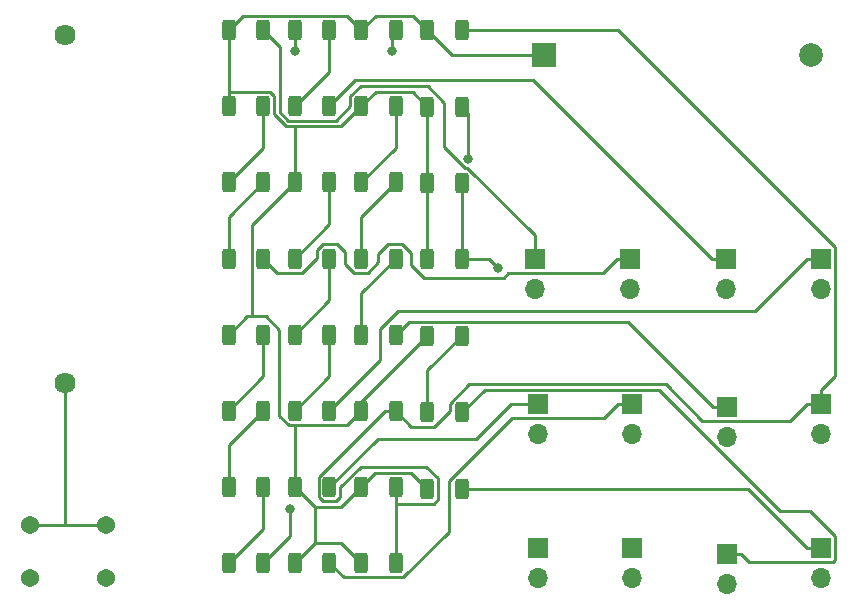
<source format=gbr>
%TF.GenerationSoftware,KiCad,Pcbnew,7.0.7*%
%TF.CreationDate,2023-12-24T21:52:19-06:00*%
%TF.ProjectId,LED Tester,4c454420-5465-4737-9465-722e6b696361,rev?*%
%TF.SameCoordinates,Original*%
%TF.FileFunction,Copper,L1,Top*%
%TF.FilePolarity,Positive*%
%FSLAX46Y46*%
G04 Gerber Fmt 4.6, Leading zero omitted, Abs format (unit mm)*
G04 Created by KiCad (PCBNEW 7.0.7) date 2023-12-24 21:52:19*
%MOMM*%
%LPD*%
G01*
G04 APERTURE LIST*
G04 Aperture macros list*
%AMRoundRect*
0 Rectangle with rounded corners*
0 $1 Rounding radius*
0 $2 $3 $4 $5 $6 $7 $8 $9 X,Y pos of 4 corners*
0 Add a 4 corners polygon primitive as box body*
4,1,4,$2,$3,$4,$5,$6,$7,$8,$9,$2,$3,0*
0 Add four circle primitives for the rounded corners*
1,1,$1+$1,$2,$3*
1,1,$1+$1,$4,$5*
1,1,$1+$1,$6,$7*
1,1,$1+$1,$8,$9*
0 Add four rect primitives between the rounded corners*
20,1,$1+$1,$2,$3,$4,$5,0*
20,1,$1+$1,$4,$5,$6,$7,0*
20,1,$1+$1,$6,$7,$8,$9,0*
20,1,$1+$1,$8,$9,$2,$3,0*%
G04 Aperture macros list end*
%TA.AperFunction,ComponentPad*%
%ADD10R,1.700000X1.700000*%
%TD*%
%TA.AperFunction,ComponentPad*%
%ADD11O,1.700000X1.700000*%
%TD*%
%TA.AperFunction,SMDPad,CuDef*%
%ADD12RoundRect,0.250000X-0.312500X-0.625000X0.312500X-0.625000X0.312500X0.625000X-0.312500X0.625000X0*%
%TD*%
%TA.AperFunction,ComponentPad*%
%ADD13R,2.006600X2.006600*%
%TD*%
%TA.AperFunction,ComponentPad*%
%ADD14C,2.006600*%
%TD*%
%TA.AperFunction,ComponentPad*%
%ADD15C,1.540000*%
%TD*%
%TA.AperFunction,ComponentPad*%
%ADD16C,1.785000*%
%TD*%
%TA.AperFunction,ViaPad*%
%ADD17C,0.800000*%
%TD*%
%TA.AperFunction,Conductor*%
%ADD18C,0.250000*%
%TD*%
G04 APERTURE END LIST*
D10*
%TO.P,J4,1,Pin_1*%
%TO.N,Net-(J4-Pin_1)*%
X153030000Y-85270000D03*
D11*
%TO.P,J4,2,Pin_2*%
%TO.N,GND*%
X153030000Y-87810000D03*
%TD*%
D12*
%TO.P,R30,1*%
%TO.N,Net-(R29-Pad2)*%
X119685000Y-98238300D03*
%TO.P,R30,2*%
%TO.N,Net-(J11-Pin_1)*%
X122610000Y-98238300D03*
%TD*%
%TO.P,R14,1*%
%TO.N,Net-(R13-Pad2)*%
X108465000Y-98108600D03*
%TO.P,R14,2*%
%TO.N,Net-(J4-Pin_1)*%
X111390000Y-98108600D03*
%TD*%
D10*
%TO.P,J10,1,Pin_1*%
%TO.N,Net-(J10-Pin_1)*%
X137030000Y-109730000D03*
D11*
%TO.P,J10,2,Pin_2*%
%TO.N,GND*%
X137030000Y-112270000D03*
%TD*%
D12*
%TO.P,R8,1*%
%TO.N,Net-(R7-Pad2)*%
X102855000Y-111000000D03*
%TO.P,R8,2*%
%TO.N,Net-(R8-Pad2)*%
X105780000Y-111000000D03*
%TD*%
%TO.P,R20,1*%
%TO.N,Net-(R19-Pad2)*%
X114075000Y-85217100D03*
%TO.P,R20,2*%
%TO.N,Net-(R20-Pad2)*%
X117000000Y-85217100D03*
%TD*%
%TO.P,R16,1*%
%TO.N,VCC*%
X108465000Y-111000000D03*
%TO.P,R16,2*%
%TO.N,Net-(J6-Pin_1)*%
X111390000Y-111000000D03*
%TD*%
%TO.P,R25,1*%
%TO.N,VCC*%
X119685000Y-65880000D03*
%TO.P,R25,2*%
%TO.N,Net-(J8-Pin_1)*%
X122610000Y-65880000D03*
%TD*%
%TO.P,R6,1*%
%TO.N,Net-(R5-Pad2)*%
X102855000Y-98108600D03*
%TO.P,R6,2*%
%TO.N,Net-(R6-Pad2)*%
X105780000Y-98108600D03*
%TD*%
D10*
%TO.P,J2,1,Pin_1*%
%TO.N,Net-(J2-Pin_1)*%
X136880000Y-85270000D03*
D11*
%TO.P,J2,2,Pin_2*%
%TO.N,GND*%
X136880000Y-87810000D03*
%TD*%
D12*
%TO.P,R22,1*%
%TO.N,VCC*%
X114075000Y-98108600D03*
%TO.P,R22,2*%
%TO.N,Net-(J8-Pin_1)*%
X117000000Y-98108600D03*
%TD*%
%TO.P,R24,1*%
%TO.N,VCC*%
X114075000Y-111000000D03*
%TO.P,R24,2*%
%TO.N,Net-(J8-Pin_1)*%
X117000000Y-111000000D03*
%TD*%
D10*
%TO.P,J9,1,Pin_1*%
%TO.N,Net-(J9-Pin_1)*%
X129030000Y-109730000D03*
D11*
%TO.P,J9,2,Pin_2*%
%TO.N,GND*%
X129030000Y-112270000D03*
%TD*%
D12*
%TO.P,R4,1*%
%TO.N,Net-(R3-Pad2)*%
X102855000Y-85217100D03*
%TO.P,R4,2*%
%TO.N,Net-(J2-Pin_1)*%
X105780000Y-85217100D03*
%TD*%
%TO.P,R21,1*%
%TO.N,Net-(R20-Pad2)*%
X114075000Y-91662900D03*
%TO.P,R21,2*%
%TO.N,Net-(J7-Pin_1)*%
X117000000Y-91662900D03*
%TD*%
%TO.P,R18,1*%
%TO.N,VCC*%
X114075000Y-72325700D03*
%TO.P,R18,2*%
%TO.N,Net-(R18-Pad2)*%
X117000000Y-72325700D03*
%TD*%
%TO.P,R19,1*%
%TO.N,Net-(R18-Pad2)*%
X114075000Y-78771400D03*
%TO.P,R19,2*%
%TO.N,Net-(R19-Pad2)*%
X117000000Y-78771400D03*
%TD*%
%TO.P,R3,1*%
%TO.N,Net-(R2-Pad2)*%
X102855000Y-78771400D03*
%TO.P,R3,2*%
%TO.N,Net-(R3-Pad2)*%
X105780000Y-78771400D03*
%TD*%
%TO.P,R29,1*%
%TO.N,VCC*%
X119685000Y-91766700D03*
%TO.P,R29,2*%
%TO.N,Net-(R29-Pad2)*%
X122610000Y-91766700D03*
%TD*%
%TO.P,R17,1*%
%TO.N,VCC*%
X114075000Y-65880000D03*
%TO.P,R17,2*%
%TO.N,Net-(J6-Pin_1)*%
X117000000Y-65880000D03*
%TD*%
D10*
%TO.P,J5,1,Pin_1*%
%TO.N,Net-(J5-Pin_1)*%
X129030000Y-97500000D03*
D11*
%TO.P,J5,2,Pin_2*%
%TO.N,GND*%
X129030000Y-100040000D03*
%TD*%
D12*
%TO.P,R12,1*%
%TO.N,Net-(R11-Pad2)*%
X108465000Y-85217100D03*
%TO.P,R12,2*%
%TO.N,Net-(R12-Pad2)*%
X111390000Y-85217100D03*
%TD*%
D10*
%TO.P,J6,1,Pin_1*%
%TO.N,Net-(J6-Pin_1)*%
X137030000Y-97500000D03*
D11*
%TO.P,J6,2,Pin_2*%
%TO.N,GND*%
X137030000Y-100040000D03*
%TD*%
D12*
%TO.P,R11,1*%
%TO.N,VCC*%
X108465000Y-78771400D03*
%TO.P,R11,2*%
%TO.N,Net-(R11-Pad2)*%
X111390000Y-78771400D03*
%TD*%
%TO.P,R7,1*%
%TO.N,Net-(R6-Pad2)*%
X102855000Y-104554300D03*
%TO.P,R7,2*%
%TO.N,Net-(R7-Pad2)*%
X105780000Y-104554300D03*
%TD*%
D10*
%TO.P,J3,1,Pin_1*%
%TO.N,Net-(J3-Pin_1)*%
X144955000Y-85270000D03*
D11*
%TO.P,J3,2,Pin_2*%
%TO.N,GND*%
X144955000Y-87810000D03*
%TD*%
D12*
%TO.P,R27,1*%
%TO.N,VCC*%
X119685000Y-78823300D03*
%TO.P,R27,2*%
%TO.N,Net-(J10-Pin_1)*%
X122610000Y-78823300D03*
%TD*%
%TO.P,R23,1*%
%TO.N,VCC*%
X114075000Y-104554300D03*
%TO.P,R23,2*%
%TO.N,Net-(J8-Pin_1)*%
X117000000Y-104554300D03*
%TD*%
%TO.P,R31,1*%
%TO.N,VCC*%
X119685000Y-104710000D03*
%TO.P,R31,2*%
%TO.N,Net-(J12-Pin_1)*%
X122610000Y-104710000D03*
%TD*%
%TO.P,R2,1*%
%TO.N,VCC*%
X102855000Y-72325700D03*
%TO.P,R2,2*%
%TO.N,Net-(R2-Pad2)*%
X105780000Y-72325700D03*
%TD*%
%TO.P,R26,1*%
%TO.N,VCC*%
X119685000Y-72351700D03*
%TO.P,R26,2*%
%TO.N,Net-(J9-Pin_1)*%
X122610000Y-72351700D03*
%TD*%
%TO.P,R10,1*%
%TO.N,Net-(R10-Pad1)*%
X108465000Y-72325700D03*
%TO.P,R10,2*%
%TO.N,Net-(J3-Pin_1)*%
X111390000Y-72325700D03*
%TD*%
D13*
%TO.P,F1,1,1*%
%TO.N,VCC*%
X129550000Y-68000000D03*
D14*
%TO.P,F1,2,2*%
%TO.N,Net-(BT1-PadP)*%
X152150000Y-68000000D03*
%TD*%
D15*
%TO.P,S1,1,COM_1*%
%TO.N,GND*%
X92500000Y-112250000D03*
%TO.P,S1,2,COM_2*%
X86000000Y-112250000D03*
%TO.P,S1,3,NO_1*%
%TO.N,Net-(S1-NO_1)*%
X92500000Y-107750000D03*
%TO.P,S1,4,NO_2*%
X86000000Y-107750000D03*
%TD*%
D12*
%TO.P,R5,1*%
%TO.N,VCC*%
X102855000Y-91662900D03*
%TO.P,R5,2*%
%TO.N,Net-(R5-Pad2)*%
X105780000Y-91662900D03*
%TD*%
D10*
%TO.P,J8,1,Pin_1*%
%TO.N,Net-(J8-Pin_1)*%
X153030000Y-97500000D03*
D11*
%TO.P,J8,2,Pin_2*%
%TO.N,GND*%
X153030000Y-100040000D03*
%TD*%
D10*
%TO.P,J1,1,Pin_1*%
%TO.N,Net-(J1-Pin_1)*%
X128805000Y-85270000D03*
D11*
%TO.P,J1,2,Pin_2*%
%TO.N,GND*%
X128805000Y-87810000D03*
%TD*%
D12*
%TO.P,R15,1*%
%TO.N,VCC*%
X108465000Y-104554300D03*
%TO.P,R15,2*%
%TO.N,Net-(J5-Pin_1)*%
X111390000Y-104554300D03*
%TD*%
D10*
%TO.P,J12,1,Pin_1*%
%TO.N,Net-(J12-Pin_1)*%
X153030000Y-109730000D03*
D11*
%TO.P,J12,2,Pin_2*%
%TO.N,GND*%
X153030000Y-112270000D03*
%TD*%
D10*
%TO.P,J7,1,Pin_1*%
%TO.N,Net-(J7-Pin_1)*%
X145030000Y-97770000D03*
D11*
%TO.P,J7,2,Pin_2*%
%TO.N,GND*%
X145030000Y-100310000D03*
%TD*%
D12*
%TO.P,R9,1*%
%TO.N,Net-(R8-Pad2)*%
X108465000Y-65880000D03*
%TO.P,R9,2*%
%TO.N,Net-(R10-Pad1)*%
X111390000Y-65880000D03*
%TD*%
%TO.P,R1,1*%
%TO.N,VCC*%
X102855000Y-65880000D03*
%TO.P,R1,2*%
%TO.N,Net-(J1-Pin_1)*%
X105780000Y-65880000D03*
%TD*%
%TO.P,R28,1*%
%TO.N,VCC*%
X119685000Y-85295000D03*
%TO.P,R28,2*%
%TO.N,Net-(J10-Pin_1)*%
X122610000Y-85295000D03*
%TD*%
%TO.P,R13,1*%
%TO.N,Net-(R12-Pad2)*%
X108465000Y-91662900D03*
%TO.P,R13,2*%
%TO.N,Net-(R13-Pad2)*%
X111390000Y-91662900D03*
%TD*%
D10*
%TO.P,J11,1,Pin_1*%
%TO.N,Net-(J11-Pin_1)*%
X145030000Y-110270000D03*
D11*
%TO.P,J11,2,Pin_2*%
%TO.N,GND*%
X145030000Y-112810000D03*
%TD*%
D16*
%TO.P,BT1,N*%
%TO.N,Net-(S1-NO_1)*%
X89000000Y-95730000D03*
%TO.P,BT1,P*%
%TO.N,Net-(BT1-PadP)*%
X89000000Y-66270000D03*
%TD*%
D17*
%TO.N,Net-(J6-Pin_1)*%
X116718600Y-67659200D03*
%TO.N,Net-(J9-Pin_1)*%
X123161000Y-76797900D03*
%TO.N,Net-(J10-Pin_1)*%
X125639400Y-86055100D03*
%TO.N,Net-(R8-Pad2)*%
X108470800Y-67659200D03*
X108054000Y-106432800D03*
%TD*%
D18*
%TO.N,Net-(S1-NO_1)*%
X89000000Y-107750000D02*
X92500000Y-107750000D01*
X89000000Y-95730000D02*
X89000000Y-107750000D01*
X86000000Y-107750000D02*
X89000000Y-107750000D01*
%TO.N,VCC*%
X121805000Y-68000000D02*
X119685000Y-65880000D01*
X110157200Y-106246500D02*
X110157200Y-109307800D01*
X119685000Y-91766700D02*
X114075000Y-97376700D01*
X114075000Y-104554300D02*
X112382800Y-106246500D01*
X106333300Y-71104000D02*
X106703900Y-71474600D01*
X104839500Y-82396900D02*
X104839500Y-90088300D01*
X108465000Y-99339700D02*
X112843900Y-99339700D01*
X119685000Y-78823300D02*
X119685000Y-85295000D01*
X105990900Y-90088300D02*
X107142200Y-91239600D01*
X115283600Y-103345700D02*
X114075000Y-104554300D01*
X112867300Y-64672300D02*
X104062700Y-64672300D01*
X104429600Y-90088300D02*
X102855000Y-91662900D01*
X112843900Y-99339700D02*
X114075000Y-98108600D01*
X119685000Y-72351700D02*
X119685000Y-78823300D01*
X119685000Y-65880000D02*
X118465100Y-64660100D01*
X112382800Y-109307800D02*
X114075000Y-111000000D01*
X108465000Y-104554300D02*
X110157200Y-106246500D01*
X108465000Y-78771400D02*
X104839500Y-82396900D01*
X108465000Y-74000100D02*
X112400600Y-74000100D01*
X104062700Y-64672300D02*
X102855000Y-65880000D01*
X118320700Y-103345700D02*
X115283600Y-103345700D01*
X118429600Y-71096300D02*
X119685000Y-72351700D01*
X114075000Y-97376700D02*
X114075000Y-98108600D01*
X106703900Y-73020900D02*
X107683100Y-74000100D01*
X107142200Y-91239600D02*
X107142200Y-98544100D01*
X102855000Y-65880000D02*
X102855000Y-71104000D01*
X108465000Y-111000000D02*
X110157200Y-109307800D01*
X115304400Y-71096300D02*
X118429600Y-71096300D01*
X114075000Y-72325700D02*
X115304400Y-71096300D01*
X106703900Y-71474600D02*
X106703900Y-73020900D01*
X119685000Y-104710000D02*
X118320700Y-103345700D01*
X104839500Y-90088300D02*
X105990900Y-90088300D01*
X112382800Y-106246500D02*
X110157200Y-106246500D01*
X107142200Y-98544100D02*
X107937800Y-99339700D01*
X108465000Y-104554300D02*
X108465000Y-99339700D01*
X114075000Y-65880000D02*
X112867300Y-64672300D01*
X118465100Y-64660100D02*
X115294900Y-64660100D01*
X108465000Y-74000100D02*
X108465000Y-78771400D01*
X115294900Y-64660100D02*
X114075000Y-65880000D01*
X112400600Y-74000100D02*
X114075000Y-72325700D01*
X102855000Y-71104000D02*
X102855000Y-72325700D01*
X107937800Y-99339700D02*
X108465000Y-99339700D01*
X107683100Y-74000100D02*
X108465000Y-74000100D01*
X110157200Y-109307800D02*
X112382800Y-109307800D01*
X104839500Y-90088300D02*
X104429600Y-90088300D01*
X102855000Y-71104000D02*
X106333300Y-71104000D01*
X129550000Y-68000000D02*
X121805000Y-68000000D01*
%TO.N,Net-(J1-Pin_1)*%
X123082000Y-77533700D02*
X122860000Y-77533700D01*
X128805000Y-85270000D02*
X128805000Y-83256700D01*
X114028100Y-70618000D02*
X113150800Y-71495300D01*
X122860000Y-77533700D02*
X121126500Y-75800200D01*
X119717100Y-70618000D02*
X114028100Y-70618000D01*
X107189300Y-72826800D02*
X107189300Y-67289300D01*
X107895400Y-73532900D02*
X107189300Y-72826800D01*
X121126500Y-72027400D02*
X119717100Y-70618000D01*
X128805000Y-83256700D02*
X123082000Y-77533700D01*
X121126500Y-75800200D02*
X121126500Y-72027400D01*
X107189300Y-67289300D02*
X105780000Y-65880000D01*
X113150800Y-71495300D02*
X113150800Y-72339000D01*
X113150800Y-72339000D02*
X111956900Y-73532900D01*
X111956900Y-73532900D02*
X107895400Y-73532900D01*
%TO.N,Net-(J2-Pin_1)*%
X134526200Y-86446900D02*
X126553600Y-86446900D01*
X112019700Y-83981800D02*
X110857500Y-83981800D01*
X117553000Y-84007200D02*
X116385600Y-84007200D01*
X116385600Y-84007200D02*
X115537500Y-84855300D01*
X110345800Y-85129900D02*
X109055700Y-86420000D01*
X135703100Y-85270000D02*
X134526200Y-86446900D01*
X112732500Y-84694600D02*
X112019700Y-83981800D01*
X115537500Y-85533000D02*
X114650500Y-86420000D01*
X110857500Y-83981800D02*
X110345800Y-84493500D01*
X119360100Y-86826300D02*
X118303600Y-85769800D01*
X114650500Y-86420000D02*
X113488200Y-86420000D01*
X109055700Y-86420000D02*
X106982900Y-86420000D01*
X112732500Y-85664300D02*
X112732500Y-84694600D01*
X113488200Y-86420000D02*
X112732500Y-85664300D01*
X110345800Y-84493500D02*
X110345800Y-85129900D01*
X106982900Y-86420000D02*
X105780000Y-85217100D01*
X136880000Y-85270000D02*
X135703100Y-85270000D01*
X118303600Y-85769800D02*
X118303600Y-84757800D01*
X126174200Y-86826300D02*
X119360100Y-86826300D01*
X115537500Y-84855300D02*
X115537500Y-85533000D01*
X118303600Y-84757800D02*
X117553000Y-84007200D01*
X126553600Y-86446900D02*
X126174200Y-86826300D01*
%TO.N,Net-(J3-Pin_1)*%
X128648300Y-70140200D02*
X113575500Y-70140200D01*
X113575500Y-70140200D02*
X111390000Y-72325700D01*
X143778100Y-85270000D02*
X128648300Y-70140200D01*
X144955000Y-85270000D02*
X143778100Y-85270000D01*
%TO.N,Net-(J4-Pin_1)*%
X115683400Y-91207700D02*
X115683400Y-93815200D01*
X151853100Y-85270000D02*
X147435900Y-89687200D01*
X115683400Y-93815200D02*
X111390000Y-98108600D01*
X153030000Y-85270000D02*
X151853100Y-85270000D01*
X147435900Y-89687200D02*
X117203900Y-89687200D01*
X117203900Y-89687200D02*
X115683400Y-91207700D01*
%TO.N,Net-(J5-Pin_1)*%
X115465900Y-100478400D02*
X123764800Y-100478400D01*
X123764800Y-100478400D02*
X126743200Y-97500000D01*
X111390000Y-104554300D02*
X115465900Y-100478400D01*
X126743200Y-97500000D02*
X129030000Y-97500000D01*
%TO.N,Net-(J6-Pin_1)*%
X121479200Y-104071100D02*
X121479200Y-108335900D01*
X135853100Y-97500000D02*
X134676200Y-98676900D01*
X126873400Y-98676900D02*
X121479200Y-104071100D01*
X116718600Y-66161400D02*
X116718600Y-67659200D01*
X134676200Y-98676900D02*
X126873400Y-98676900D01*
X121479200Y-108335900D02*
X117604600Y-112210500D01*
X117000000Y-65880000D02*
X116718600Y-66161400D01*
X117604600Y-112210500D02*
X112600500Y-112210500D01*
X112600500Y-112210500D02*
X111390000Y-111000000D01*
X137030000Y-97500000D02*
X135853100Y-97500000D01*
%TO.N,Net-(J7-Pin_1)*%
X145030000Y-97770000D02*
X143853100Y-97770000D01*
X136642900Y-90559800D02*
X143853100Y-97770000D01*
X117000000Y-91662900D02*
X118103100Y-90559800D01*
X118103100Y-90559800D02*
X136642900Y-90559800D01*
%TO.N,Net-(J8-Pin_1)*%
X114035500Y-102839200D02*
X112314200Y-104560500D01*
X139847700Y-95853800D02*
X123204700Y-95853800D01*
X111933000Y-105765900D02*
X110846300Y-105765900D01*
X150401900Y-98951200D02*
X142945100Y-98951200D01*
X123204700Y-95853800D02*
X121565800Y-97492700D01*
X154206900Y-95146200D02*
X153030000Y-96323100D01*
X110497400Y-103676700D02*
X116065500Y-98108600D01*
X142945100Y-98951200D02*
X139847700Y-95853800D01*
X153030000Y-97500000D02*
X151853100Y-97500000D01*
X112314200Y-105384700D02*
X111933000Y-105765900D01*
X121565800Y-97492700D02*
X121565800Y-98112100D01*
X120581100Y-103837800D02*
X119582500Y-102839200D01*
X151853100Y-97500000D02*
X150401900Y-98951200D01*
X153030000Y-97500000D02*
X153030000Y-96323100D01*
X110497400Y-105417000D02*
X110497400Y-103676700D01*
X154206900Y-84248500D02*
X154206900Y-95146200D01*
X117000000Y-104554300D02*
X117000000Y-105956800D01*
X117000000Y-105956800D02*
X120228000Y-105956800D01*
X121565800Y-98112100D02*
X120233300Y-99444600D01*
X116065500Y-98108600D02*
X117000000Y-98108600D01*
X120228000Y-105956800D02*
X120581100Y-105603700D01*
X120233300Y-99444600D02*
X118336000Y-99444600D01*
X135838400Y-65880000D02*
X154206900Y-84248500D01*
X112314200Y-104560500D02*
X112314200Y-105384700D01*
X117000000Y-105956800D02*
X117000000Y-111000000D01*
X119582500Y-102839200D02*
X114035500Y-102839200D01*
X110846300Y-105765900D02*
X110497400Y-105417000D01*
X120581100Y-105603700D02*
X120581100Y-103837800D01*
X118336000Y-99444600D02*
X117000000Y-98108600D01*
X122610000Y-65880000D02*
X135838400Y-65880000D01*
%TO.N,Net-(J9-Pin_1)*%
X122610000Y-72351700D02*
X123161000Y-72902700D01*
X123161000Y-72902700D02*
X123161000Y-76797900D01*
%TO.N,Net-(J10-Pin_1)*%
X124879300Y-85295000D02*
X125639400Y-86055100D01*
X122610000Y-85295000D02*
X124879300Y-85295000D01*
X122610000Y-85295000D02*
X122610000Y-78823300D01*
%TO.N,Net-(J11-Pin_1)*%
X154206900Y-110759600D02*
X154026600Y-110939900D01*
X122610000Y-98238300D02*
X124542600Y-96305700D01*
X152044500Y-106580700D02*
X154206900Y-108743100D01*
X139289000Y-96305700D02*
X149564000Y-106580700D01*
X145030000Y-110270000D02*
X146206900Y-110270000D01*
X154206900Y-108743100D02*
X154206900Y-110759600D01*
X124542600Y-96305700D02*
X139289000Y-96305700D01*
X146876800Y-110939900D02*
X146206900Y-110270000D01*
X149564000Y-106580700D02*
X152044500Y-106580700D01*
X154026600Y-110939900D02*
X146876800Y-110939900D01*
%TO.N,Net-(J12-Pin_1)*%
X122610000Y-104710000D02*
X146833100Y-104710000D01*
X146833100Y-104710000D02*
X151853100Y-109730000D01*
X153030000Y-109730000D02*
X151853100Y-109730000D01*
%TO.N,Net-(R2-Pad2)*%
X105780000Y-72325700D02*
X105780000Y-75846400D01*
X105780000Y-75846400D02*
X102855000Y-78771400D01*
%TO.N,Net-(R3-Pad2)*%
X102855000Y-81696400D02*
X102855000Y-85217100D01*
X105780000Y-78771400D02*
X102855000Y-81696400D01*
%TO.N,Net-(R5-Pad2)*%
X105780000Y-95183600D02*
X102855000Y-98108600D01*
X105780000Y-91662900D02*
X105780000Y-95183600D01*
%TO.N,Net-(R6-Pad2)*%
X102855000Y-104554300D02*
X102855000Y-101033600D01*
X102855000Y-101033600D02*
X105780000Y-98108600D01*
%TO.N,Net-(R7-Pad2)*%
X105780000Y-108075000D02*
X102855000Y-111000000D01*
X105780000Y-104554300D02*
X105780000Y-108075000D01*
%TO.N,Net-(R8-Pad2)*%
X108470800Y-65885800D02*
X108470800Y-67659200D01*
X105780000Y-111000000D02*
X108054000Y-108726000D01*
X108465000Y-65880000D02*
X108470800Y-65885800D01*
X108054000Y-108726000D02*
X108054000Y-106432800D01*
%TO.N,Net-(R10-Pad1)*%
X111390000Y-69400700D02*
X108465000Y-72325700D01*
X111390000Y-65880000D02*
X111390000Y-69400700D01*
%TO.N,Net-(R11-Pad2)*%
X111390000Y-78771400D02*
X111390000Y-82292100D01*
X111390000Y-82292100D02*
X108465000Y-85217100D01*
%TO.N,Net-(R12-Pad2)*%
X111390000Y-88737900D02*
X108465000Y-91662900D01*
X111390000Y-85217100D02*
X111390000Y-88737900D01*
%TO.N,Net-(R13-Pad2)*%
X111390000Y-95183600D02*
X108465000Y-98108600D01*
X111390000Y-91662900D02*
X111390000Y-95183600D01*
%TO.N,Net-(R18-Pad2)*%
X114075000Y-78771400D02*
X117000000Y-75846400D01*
X117000000Y-75846400D02*
X117000000Y-72325700D01*
%TO.N,Net-(R19-Pad2)*%
X114075000Y-81696400D02*
X117000000Y-78771400D01*
X114075000Y-85217100D02*
X114075000Y-81696400D01*
%TO.N,Net-(R20-Pad2)*%
X114075000Y-91662900D02*
X114075000Y-88142100D01*
X114075000Y-88142100D02*
X117000000Y-85217100D01*
%TO.N,Net-(R29-Pad2)*%
X119685000Y-94691700D02*
X119685000Y-98238300D01*
X122610000Y-91766700D02*
X119685000Y-94691700D01*
%TD*%
M02*

</source>
